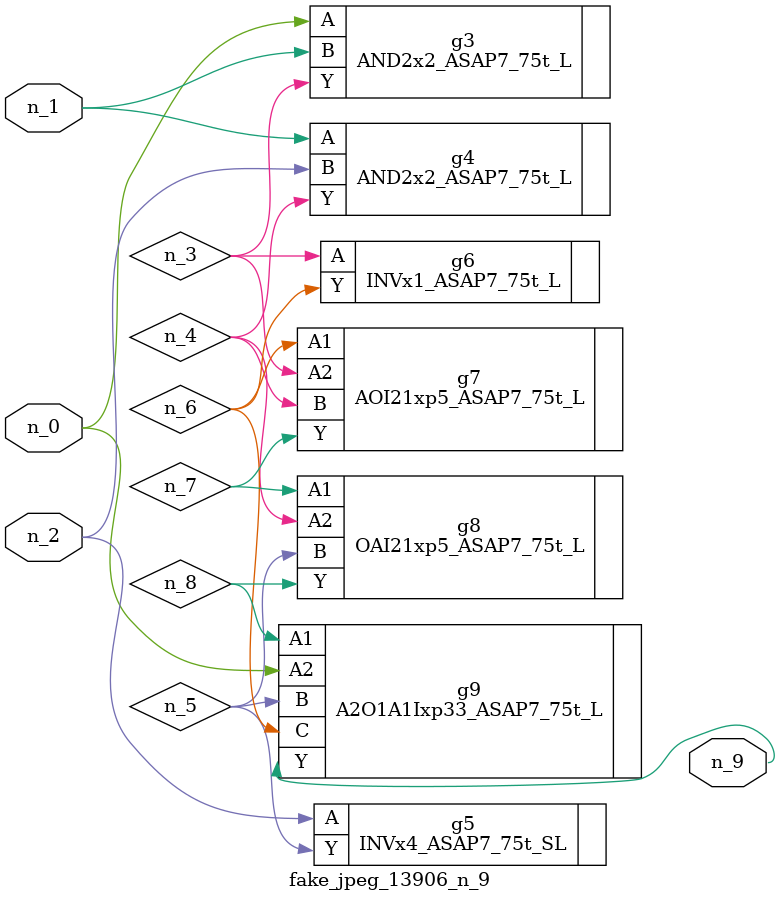
<source format=v>
module fake_jpeg_13906_n_9 (n_0, n_2, n_1, n_9);

input n_0;
input n_2;
input n_1;

output n_9;

wire n_3;
wire n_4;
wire n_8;
wire n_6;
wire n_5;
wire n_7;

AND2x2_ASAP7_75t_L g3 ( 
.A(n_0),
.B(n_1),
.Y(n_3)
);

AND2x2_ASAP7_75t_L g4 ( 
.A(n_1),
.B(n_2),
.Y(n_4)
);

INVx4_ASAP7_75t_SL g5 ( 
.A(n_2),
.Y(n_5)
);

INVx1_ASAP7_75t_L g6 ( 
.A(n_3),
.Y(n_6)
);

AOI21xp5_ASAP7_75t_L g7 ( 
.A1(n_6),
.A2(n_3),
.B(n_4),
.Y(n_7)
);

OAI21xp5_ASAP7_75t_L g8 ( 
.A1(n_7),
.A2(n_4),
.B(n_5),
.Y(n_8)
);

A2O1A1Ixp33_ASAP7_75t_L g9 ( 
.A1(n_8),
.A2(n_0),
.B(n_5),
.C(n_6),
.Y(n_9)
);


endmodule
</source>
